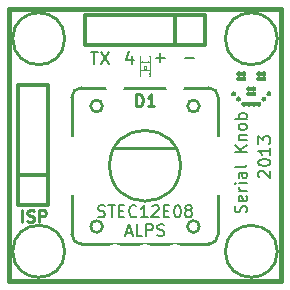
<source format=gto>
G04 (created by PCBNEW (2013-01-21 BZR 3918)-testing) date Tue 22 Jan 2013 11:51:19 AM CET*
%MOIN*%
G04 Gerber Fmt 3.4, Leading zero omitted, Abs format*
%FSLAX34Y34*%
G01*
G70*
G90*
G04 APERTURE LIST*
%ADD10C,3.14961e-06*%
%ADD11C,0.00787402*%
%ADD12C,0.008*%
%ADD13C,0.015*%
%ADD14C,0.012*%
%ADD15C,0.0001*%
%ADD16C,0.00984252*%
%ADD17C,0.0026*%
%ADD18C,0.004*%
%ADD19C,0.001*%
%ADD20C,0.002*%
%ADD21R,0.06X0.06*%
%ADD22C,0.06*%
%ADD23C,0.0688976*%
%ADD24R,0.137795X0.19685*%
%ADD25R,0.0314X0.0314*%
%ADD26C,0.0984252*%
G04 APERTURE END LIST*
G54D10*
G54D11*
X43850Y-41109D02*
X44038Y-41109D01*
X43813Y-41222D02*
X43944Y-40828D01*
X44075Y-41222D01*
X44394Y-41222D02*
X44206Y-41222D01*
X44206Y-40828D01*
X44525Y-41222D02*
X44525Y-40828D01*
X44675Y-40828D01*
X44713Y-40847D01*
X44731Y-40866D01*
X44750Y-40903D01*
X44750Y-40959D01*
X44731Y-40997D01*
X44713Y-41016D01*
X44675Y-41034D01*
X44525Y-41034D01*
X44900Y-41203D02*
X44956Y-41222D01*
X45050Y-41222D01*
X45088Y-41203D01*
X45106Y-41184D01*
X45125Y-41147D01*
X45125Y-41109D01*
X45106Y-41072D01*
X45088Y-41053D01*
X45050Y-41034D01*
X44975Y-41016D01*
X44938Y-40997D01*
X44919Y-40978D01*
X44900Y-40941D01*
X44900Y-40903D01*
X44919Y-40866D01*
X44938Y-40847D01*
X44975Y-40828D01*
X45069Y-40828D01*
X45125Y-40847D01*
X44051Y-35211D02*
X44051Y-35474D01*
X43957Y-35061D02*
X43863Y-35343D01*
X44107Y-35343D01*
X44850Y-35284D02*
X45149Y-35284D01*
X45000Y-35434D02*
X45000Y-35134D01*
X45834Y-35284D02*
X46134Y-35284D01*
X42692Y-35080D02*
X42917Y-35080D01*
X42804Y-35474D02*
X42804Y-35080D01*
X43010Y-35080D02*
X43273Y-35474D01*
X43273Y-35080D02*
X43010Y-35474D01*
G54D12*
X48303Y-39268D02*
X48284Y-39249D01*
X48265Y-39211D01*
X48265Y-39116D01*
X48284Y-39077D01*
X48303Y-39058D01*
X48342Y-39039D01*
X48380Y-39039D01*
X48437Y-39058D01*
X48665Y-39287D01*
X48665Y-39039D01*
X48265Y-38792D02*
X48265Y-38754D01*
X48284Y-38716D01*
X48303Y-38696D01*
X48342Y-38677D01*
X48418Y-38658D01*
X48513Y-38658D01*
X48589Y-38677D01*
X48627Y-38696D01*
X48646Y-38716D01*
X48665Y-38754D01*
X48665Y-38792D01*
X48646Y-38830D01*
X48627Y-38849D01*
X48589Y-38868D01*
X48513Y-38887D01*
X48418Y-38887D01*
X48342Y-38868D01*
X48303Y-38849D01*
X48284Y-38830D01*
X48265Y-38792D01*
X48665Y-38277D02*
X48665Y-38506D01*
X48665Y-38392D02*
X48265Y-38392D01*
X48322Y-38430D01*
X48361Y-38468D01*
X48380Y-38506D01*
X48265Y-38144D02*
X48265Y-37896D01*
X48418Y-38030D01*
X48418Y-37973D01*
X48437Y-37935D01*
X48456Y-37916D01*
X48494Y-37896D01*
X48589Y-37896D01*
X48627Y-37916D01*
X48646Y-37935D01*
X48665Y-37973D01*
X48665Y-38087D01*
X48646Y-38125D01*
X48627Y-38144D01*
G54D11*
X47857Y-40438D02*
X47875Y-40382D01*
X47875Y-40288D01*
X47857Y-40251D01*
X47838Y-40232D01*
X47800Y-40213D01*
X47763Y-40213D01*
X47725Y-40232D01*
X47707Y-40251D01*
X47688Y-40288D01*
X47669Y-40363D01*
X47650Y-40401D01*
X47632Y-40419D01*
X47594Y-40438D01*
X47557Y-40438D01*
X47519Y-40419D01*
X47500Y-40401D01*
X47482Y-40363D01*
X47482Y-40269D01*
X47500Y-40213D01*
X47857Y-39895D02*
X47875Y-39932D01*
X47875Y-40007D01*
X47857Y-40044D01*
X47819Y-40063D01*
X47669Y-40063D01*
X47632Y-40044D01*
X47613Y-40007D01*
X47613Y-39932D01*
X47632Y-39895D01*
X47669Y-39876D01*
X47707Y-39876D01*
X47744Y-40063D01*
X47875Y-39707D02*
X47613Y-39707D01*
X47688Y-39707D02*
X47650Y-39688D01*
X47632Y-39670D01*
X47613Y-39632D01*
X47613Y-39595D01*
X47875Y-39463D02*
X47613Y-39463D01*
X47482Y-39463D02*
X47500Y-39482D01*
X47519Y-39463D01*
X47500Y-39445D01*
X47482Y-39463D01*
X47519Y-39463D01*
X47875Y-39107D02*
X47669Y-39107D01*
X47632Y-39126D01*
X47613Y-39163D01*
X47613Y-39238D01*
X47632Y-39276D01*
X47857Y-39107D02*
X47875Y-39145D01*
X47875Y-39238D01*
X47857Y-39276D01*
X47819Y-39295D01*
X47782Y-39295D01*
X47744Y-39276D01*
X47725Y-39238D01*
X47725Y-39145D01*
X47707Y-39107D01*
X47875Y-38863D02*
X47857Y-38901D01*
X47819Y-38920D01*
X47482Y-38920D01*
X47875Y-38413D02*
X47482Y-38413D01*
X47875Y-38188D02*
X47650Y-38357D01*
X47482Y-38188D02*
X47707Y-38413D01*
X47613Y-38020D02*
X47875Y-38020D01*
X47650Y-38020D02*
X47632Y-38001D01*
X47613Y-37964D01*
X47613Y-37907D01*
X47632Y-37870D01*
X47669Y-37851D01*
X47875Y-37851D01*
X47875Y-37607D02*
X47857Y-37645D01*
X47838Y-37664D01*
X47800Y-37682D01*
X47688Y-37682D01*
X47650Y-37664D01*
X47632Y-37645D01*
X47613Y-37607D01*
X47613Y-37551D01*
X47632Y-37514D01*
X47650Y-37495D01*
X47688Y-37476D01*
X47800Y-37476D01*
X47838Y-37495D01*
X47857Y-37514D01*
X47875Y-37551D01*
X47875Y-37607D01*
X47875Y-37307D02*
X47482Y-37307D01*
X47632Y-37307D02*
X47613Y-37270D01*
X47613Y-37195D01*
X47632Y-37157D01*
X47650Y-37139D01*
X47688Y-37120D01*
X47800Y-37120D01*
X47838Y-37139D01*
X47857Y-37157D01*
X47875Y-37195D01*
X47875Y-37270D01*
X47857Y-37307D01*
X42922Y-40573D02*
X42979Y-40592D01*
X43072Y-40592D01*
X43110Y-40573D01*
X43128Y-40554D01*
X43147Y-40517D01*
X43147Y-40479D01*
X43128Y-40442D01*
X43110Y-40423D01*
X43072Y-40404D01*
X42997Y-40386D01*
X42960Y-40367D01*
X42941Y-40348D01*
X42922Y-40311D01*
X42922Y-40273D01*
X42941Y-40236D01*
X42960Y-40217D01*
X42997Y-40198D01*
X43091Y-40198D01*
X43147Y-40217D01*
X43260Y-40198D02*
X43485Y-40198D01*
X43372Y-40592D02*
X43372Y-40198D01*
X43616Y-40386D02*
X43747Y-40386D01*
X43803Y-40592D02*
X43616Y-40592D01*
X43616Y-40198D01*
X43803Y-40198D01*
X44197Y-40554D02*
X44178Y-40573D01*
X44122Y-40592D01*
X44085Y-40592D01*
X44028Y-40573D01*
X43991Y-40536D01*
X43972Y-40498D01*
X43953Y-40423D01*
X43953Y-40367D01*
X43972Y-40292D01*
X43991Y-40254D01*
X44028Y-40217D01*
X44085Y-40198D01*
X44122Y-40198D01*
X44178Y-40217D01*
X44197Y-40236D01*
X44572Y-40592D02*
X44347Y-40592D01*
X44460Y-40592D02*
X44460Y-40198D01*
X44422Y-40254D01*
X44385Y-40292D01*
X44347Y-40311D01*
X44722Y-40236D02*
X44741Y-40217D01*
X44778Y-40198D01*
X44872Y-40198D01*
X44910Y-40217D01*
X44928Y-40236D01*
X44947Y-40273D01*
X44947Y-40311D01*
X44928Y-40367D01*
X44703Y-40592D01*
X44947Y-40592D01*
X45116Y-40386D02*
X45247Y-40386D01*
X45303Y-40592D02*
X45116Y-40592D01*
X45116Y-40198D01*
X45303Y-40198D01*
X45547Y-40198D02*
X45584Y-40198D01*
X45622Y-40217D01*
X45641Y-40236D01*
X45659Y-40273D01*
X45678Y-40348D01*
X45678Y-40442D01*
X45659Y-40517D01*
X45641Y-40554D01*
X45622Y-40573D01*
X45584Y-40592D01*
X45547Y-40592D01*
X45509Y-40573D01*
X45491Y-40554D01*
X45472Y-40517D01*
X45453Y-40442D01*
X45453Y-40348D01*
X45472Y-40273D01*
X45491Y-40236D01*
X45509Y-40217D01*
X45547Y-40198D01*
X45903Y-40367D02*
X45866Y-40348D01*
X45847Y-40329D01*
X45828Y-40292D01*
X45828Y-40273D01*
X45847Y-40236D01*
X45866Y-40217D01*
X45903Y-40198D01*
X45978Y-40198D01*
X46016Y-40217D01*
X46034Y-40236D01*
X46053Y-40273D01*
X46053Y-40292D01*
X46034Y-40329D01*
X46016Y-40348D01*
X45978Y-40367D01*
X45903Y-40367D01*
X45866Y-40386D01*
X45847Y-40404D01*
X45828Y-40442D01*
X45828Y-40517D01*
X45847Y-40554D01*
X45866Y-40573D01*
X45903Y-40592D01*
X45978Y-40592D01*
X46016Y-40573D01*
X46034Y-40554D01*
X46053Y-40517D01*
X46053Y-40442D01*
X46034Y-40404D01*
X46016Y-40386D01*
X45978Y-40367D01*
G54D13*
X49015Y-42716D02*
X49015Y-33661D01*
X39960Y-42716D02*
X49015Y-42716D01*
X39960Y-33661D02*
X39960Y-42716D01*
X39960Y-33661D02*
X49015Y-33661D01*
G54D14*
X40248Y-40188D02*
X40248Y-40188D01*
X41248Y-40188D02*
X40248Y-40188D01*
X40248Y-40188D02*
X40248Y-40188D01*
X40248Y-40188D02*
X40248Y-36188D01*
X40248Y-36188D02*
X41248Y-36188D01*
X41248Y-36188D02*
X41248Y-40188D01*
X41248Y-39188D02*
X40248Y-39188D01*
X46488Y-34850D02*
X46488Y-34850D01*
X46488Y-33850D02*
X46488Y-34850D01*
X46488Y-34850D02*
X46488Y-34850D01*
X46488Y-34850D02*
X42488Y-34850D01*
X42488Y-34850D02*
X42488Y-33850D01*
X42488Y-33850D02*
X46488Y-33850D01*
X45488Y-33850D02*
X45488Y-34850D01*
G54D15*
G36*
X48285Y-36907D02*
X48302Y-36905D01*
X48318Y-36900D01*
X48325Y-36896D01*
X48339Y-36886D01*
X48350Y-36874D01*
X48359Y-36860D01*
X48365Y-36844D01*
X48367Y-36828D01*
X48367Y-36811D01*
X48363Y-36795D01*
X48355Y-36779D01*
X48350Y-36772D01*
X48343Y-36764D01*
X48336Y-36757D01*
X48328Y-36752D01*
X48326Y-36750D01*
X48312Y-36744D01*
X48297Y-36740D01*
X48280Y-36739D01*
X48274Y-36740D01*
X48265Y-36741D01*
X48257Y-36743D01*
X48248Y-36747D01*
X48238Y-36752D01*
X48224Y-36763D01*
X48213Y-36776D01*
X48205Y-36792D01*
X48202Y-36799D01*
X48200Y-36807D01*
X48199Y-36814D01*
X48199Y-36815D01*
X48199Y-36815D01*
X48198Y-36812D01*
X48198Y-36811D01*
X48196Y-36800D01*
X48192Y-36789D01*
X48187Y-36779D01*
X48177Y-36767D01*
X48164Y-36755D01*
X48150Y-36746D01*
X48133Y-36741D01*
X48115Y-36739D01*
X48111Y-36739D01*
X48097Y-36741D01*
X48085Y-36744D01*
X48082Y-36745D01*
X48068Y-36753D01*
X48055Y-36764D01*
X48045Y-36776D01*
X48037Y-36791D01*
X48032Y-36806D01*
X48032Y-36806D01*
X48031Y-36810D01*
X48031Y-36812D01*
X48031Y-36812D01*
X48031Y-36810D01*
X48030Y-36806D01*
X48029Y-36804D01*
X48024Y-36789D01*
X48016Y-36775D01*
X48005Y-36762D01*
X47995Y-36754D01*
X47981Y-36746D01*
X47965Y-36741D01*
X47947Y-36739D01*
X47934Y-36740D01*
X47917Y-36744D01*
X47902Y-36752D01*
X47889Y-36763D01*
X47877Y-36776D01*
X47876Y-36778D01*
X47872Y-36784D01*
X47870Y-36789D01*
X47868Y-36793D01*
X47866Y-36801D01*
X47864Y-36808D01*
X47863Y-36814D01*
X47863Y-36815D01*
X47863Y-36815D01*
X47862Y-36811D01*
X47860Y-36802D01*
X47856Y-36790D01*
X47851Y-36780D01*
X47841Y-36767D01*
X47828Y-36755D01*
X47813Y-36746D01*
X47797Y-36741D01*
X47779Y-36739D01*
X47763Y-36740D01*
X47747Y-36745D01*
X47732Y-36753D01*
X47718Y-36765D01*
X47712Y-36772D01*
X47705Y-36781D01*
X47700Y-36792D01*
X47697Y-36801D01*
X47695Y-36818D01*
X47695Y-36834D01*
X47699Y-36850D01*
X47705Y-36865D01*
X47715Y-36878D01*
X47726Y-36889D01*
X47740Y-36898D01*
X47755Y-36904D01*
X47772Y-36907D01*
X47774Y-36907D01*
X47791Y-36906D01*
X47807Y-36903D01*
X47823Y-36895D01*
X47828Y-36892D01*
X47839Y-36882D01*
X47849Y-36870D01*
X47856Y-36857D01*
X47858Y-36852D01*
X47860Y-36845D01*
X47862Y-36838D01*
X47863Y-36832D01*
X47863Y-36829D01*
X47863Y-36832D01*
X47864Y-36835D01*
X47865Y-36842D01*
X47868Y-36851D01*
X47870Y-36858D01*
X47874Y-36865D01*
X47885Y-36879D01*
X47897Y-36891D01*
X47912Y-36900D01*
X47929Y-36906D01*
X47932Y-36906D01*
X47944Y-36907D01*
X47956Y-36907D01*
X47967Y-36905D01*
X47978Y-36902D01*
X47994Y-36893D01*
X48008Y-36882D01*
X48009Y-36881D01*
X48018Y-36869D01*
X48025Y-36855D01*
X48030Y-36841D01*
X48030Y-36840D01*
X48031Y-36836D01*
X48031Y-36834D01*
X48031Y-36835D01*
X48032Y-36839D01*
X48032Y-36840D01*
X48034Y-36849D01*
X48038Y-36858D01*
X48043Y-36868D01*
X48051Y-36878D01*
X48063Y-36890D01*
X48078Y-36899D01*
X48095Y-36905D01*
X48098Y-36906D01*
X48109Y-36907D01*
X48121Y-36907D01*
X48132Y-36906D01*
X48142Y-36903D01*
X48157Y-36896D01*
X48171Y-36885D01*
X48183Y-36873D01*
X48192Y-36858D01*
X48194Y-36853D01*
X48196Y-36845D01*
X48198Y-36838D01*
X48199Y-36832D01*
X48199Y-36831D01*
X48199Y-36831D01*
X48200Y-36835D01*
X48200Y-36835D01*
X48202Y-36846D01*
X48206Y-36857D01*
X48211Y-36867D01*
X48214Y-36870D01*
X48224Y-36883D01*
X48238Y-36894D01*
X48252Y-36902D01*
X48268Y-36906D01*
X48285Y-36907D01*
X48285Y-36907D01*
G37*
G36*
X47605Y-36739D02*
X47615Y-36739D01*
X47625Y-36738D01*
X47636Y-36735D01*
X47652Y-36728D01*
X47666Y-36718D01*
X47678Y-36705D01*
X47686Y-36691D01*
X47692Y-36675D01*
X47694Y-36657D01*
X47693Y-36640D01*
X47689Y-36624D01*
X47681Y-36609D01*
X47671Y-36596D01*
X47657Y-36585D01*
X47653Y-36582D01*
X47637Y-36574D01*
X47620Y-36571D01*
X47602Y-36571D01*
X47585Y-36574D01*
X47571Y-36580D01*
X47556Y-36590D01*
X47544Y-36602D01*
X47535Y-36617D01*
X47528Y-36634D01*
X47527Y-36642D01*
X47526Y-36653D01*
X47526Y-36664D01*
X47528Y-36673D01*
X47529Y-36676D01*
X47535Y-36693D01*
X47545Y-36708D01*
X47558Y-36721D01*
X47573Y-36730D01*
X47580Y-36733D01*
X47590Y-36737D01*
X47599Y-36738D01*
X47605Y-36739D01*
X47605Y-36739D01*
G37*
G36*
X48454Y-36739D02*
X48471Y-36737D01*
X48488Y-36731D01*
X48503Y-36721D01*
X48507Y-36719D01*
X48518Y-36706D01*
X48528Y-36692D01*
X48534Y-36675D01*
X48535Y-36667D01*
X48536Y-36656D01*
X48536Y-36645D01*
X48534Y-36636D01*
X48533Y-36632D01*
X48526Y-36615D01*
X48517Y-36601D01*
X48505Y-36589D01*
X48490Y-36580D01*
X48474Y-36573D01*
X48456Y-36570D01*
X48450Y-36570D01*
X48433Y-36572D01*
X48417Y-36578D01*
X48403Y-36586D01*
X48391Y-36597D01*
X48381Y-36610D01*
X48373Y-36625D01*
X48369Y-36641D01*
X48368Y-36658D01*
X48369Y-36669D01*
X48371Y-36678D01*
X48374Y-36688D01*
X48381Y-36701D01*
X48392Y-36714D01*
X48405Y-36725D01*
X48420Y-36733D01*
X48436Y-36738D01*
X48454Y-36739D01*
X48454Y-36739D01*
G37*
G36*
X47437Y-36570D02*
X47449Y-36570D01*
X47459Y-36569D01*
X47471Y-36565D01*
X47487Y-36557D01*
X47501Y-36546D01*
X47510Y-36535D01*
X47519Y-36521D01*
X47524Y-36504D01*
X47525Y-36497D01*
X47526Y-36487D01*
X47525Y-36477D01*
X47524Y-36469D01*
X47523Y-36463D01*
X47516Y-36447D01*
X47507Y-36432D01*
X47494Y-36420D01*
X47479Y-36411D01*
X47473Y-36408D01*
X47462Y-36404D01*
X47451Y-36402D01*
X47439Y-36402D01*
X47431Y-36403D01*
X47422Y-36404D01*
X47413Y-36406D01*
X47404Y-36411D01*
X47399Y-36413D01*
X47385Y-36424D01*
X47373Y-36437D01*
X47364Y-36452D01*
X47359Y-36469D01*
X47358Y-36473D01*
X47357Y-36483D01*
X47358Y-36494D01*
X47359Y-36503D01*
X47360Y-36509D01*
X47367Y-36525D01*
X47376Y-36540D01*
X47389Y-36552D01*
X47404Y-36561D01*
X47421Y-36568D01*
X47426Y-36569D01*
X47437Y-36570D01*
X47437Y-36570D01*
G37*
G36*
X48113Y-36570D02*
X48130Y-36569D01*
X48146Y-36565D01*
X48155Y-36560D01*
X48169Y-36550D01*
X48181Y-36538D01*
X48191Y-36523D01*
X48196Y-36506D01*
X48197Y-36503D01*
X48199Y-36489D01*
X48199Y-36476D01*
X48195Y-36462D01*
X48189Y-36445D01*
X48179Y-36431D01*
X48166Y-36419D01*
X48151Y-36410D01*
X48134Y-36404D01*
X48123Y-36401D01*
X48129Y-36401D01*
X48130Y-36400D01*
X48142Y-36397D01*
X48155Y-36392D01*
X48166Y-36384D01*
X48168Y-36382D01*
X48181Y-36370D01*
X48190Y-36356D01*
X48196Y-36340D01*
X48199Y-36324D01*
X48198Y-36308D01*
X48195Y-36291D01*
X48187Y-36276D01*
X48187Y-36275D01*
X48177Y-36261D01*
X48164Y-36250D01*
X48150Y-36242D01*
X48134Y-36237D01*
X48118Y-36234D01*
X48102Y-36235D01*
X48086Y-36239D01*
X48071Y-36247D01*
X48057Y-36257D01*
X48049Y-36265D01*
X48041Y-36278D01*
X48035Y-36291D01*
X48032Y-36303D01*
X48031Y-36306D01*
X48031Y-36308D01*
X48031Y-36307D01*
X48030Y-36303D01*
X48027Y-36292D01*
X48022Y-36280D01*
X48015Y-36269D01*
X48011Y-36263D01*
X47998Y-36251D01*
X47984Y-36242D01*
X47967Y-36237D01*
X47950Y-36234D01*
X47933Y-36235D01*
X47923Y-36238D01*
X47906Y-36245D01*
X47892Y-36255D01*
X47880Y-36267D01*
X47871Y-36282D01*
X47865Y-36298D01*
X47864Y-36307D01*
X47863Y-36323D01*
X47866Y-36340D01*
X47872Y-36356D01*
X47882Y-36370D01*
X47894Y-36382D01*
X47909Y-36392D01*
X47915Y-36395D01*
X47923Y-36398D01*
X47930Y-36400D01*
X47936Y-36401D01*
X47937Y-36401D01*
X47936Y-36402D01*
X47933Y-36403D01*
X47924Y-36405D01*
X47913Y-36409D01*
X47903Y-36414D01*
X47898Y-36417D01*
X47887Y-36427D01*
X47877Y-36439D01*
X47870Y-36452D01*
X47865Y-36466D01*
X47863Y-36481D01*
X47863Y-36496D01*
X47864Y-36499D01*
X47869Y-36516D01*
X47876Y-36532D01*
X47888Y-36546D01*
X47897Y-36554D01*
X47912Y-36563D01*
X47929Y-36569D01*
X47936Y-36569D01*
X47945Y-36570D01*
X47954Y-36569D01*
X47963Y-36569D01*
X47970Y-36567D01*
X47976Y-36566D01*
X47992Y-36557D01*
X48006Y-36546D01*
X48017Y-36533D01*
X48021Y-36526D01*
X48027Y-36515D01*
X48030Y-36504D01*
X48030Y-36503D01*
X48031Y-36499D01*
X48031Y-36497D01*
X48031Y-36497D01*
X48031Y-36475D01*
X48031Y-36475D01*
X48031Y-36473D01*
X48030Y-36469D01*
X48030Y-36467D01*
X48025Y-36452D01*
X48016Y-36438D01*
X48006Y-36426D01*
X47993Y-36415D01*
X47979Y-36408D01*
X47978Y-36407D01*
X47970Y-36405D01*
X47963Y-36403D01*
X47956Y-36402D01*
X47963Y-36400D01*
X47973Y-36398D01*
X47988Y-36391D01*
X48002Y-36382D01*
X48013Y-36370D01*
X48022Y-36356D01*
X48026Y-36349D01*
X48029Y-36340D01*
X48030Y-36333D01*
X48031Y-36330D01*
X48031Y-36328D01*
X48031Y-36329D01*
X48032Y-36333D01*
X48033Y-36339D01*
X48036Y-36348D01*
X48040Y-36356D01*
X48045Y-36365D01*
X48056Y-36377D01*
X48069Y-36388D01*
X48084Y-36396D01*
X48099Y-36400D01*
X48107Y-36402D01*
X48099Y-36403D01*
X48098Y-36403D01*
X48091Y-36405D01*
X48083Y-36408D01*
X48082Y-36408D01*
X48068Y-36416D01*
X48055Y-36427D01*
X48045Y-36439D01*
X48037Y-36454D01*
X48032Y-36468D01*
X48032Y-36469D01*
X48031Y-36473D01*
X48031Y-36475D01*
X48031Y-36497D01*
X48031Y-36497D01*
X48031Y-36499D01*
X48032Y-36504D01*
X48035Y-36514D01*
X48042Y-36529D01*
X48053Y-36543D01*
X48065Y-36554D01*
X48080Y-36563D01*
X48080Y-36563D01*
X48096Y-36568D01*
X48113Y-36570D01*
X48113Y-36570D01*
G37*
G36*
X48614Y-36570D02*
X48628Y-36570D01*
X48640Y-36568D01*
X48648Y-36566D01*
X48664Y-36558D01*
X48678Y-36548D01*
X48689Y-36535D01*
X48698Y-36520D01*
X48703Y-36504D01*
X48705Y-36486D01*
X48704Y-36479D01*
X48701Y-36462D01*
X48694Y-36445D01*
X48684Y-36430D01*
X48681Y-36427D01*
X48669Y-36417D01*
X48655Y-36409D01*
X48640Y-36404D01*
X48640Y-36404D01*
X48627Y-36402D01*
X48613Y-36402D01*
X48601Y-36404D01*
X48596Y-36405D01*
X48580Y-36412D01*
X48566Y-36421D01*
X48555Y-36433D01*
X48546Y-36447D01*
X48539Y-36462D01*
X48536Y-36479D01*
X48537Y-36496D01*
X48540Y-36513D01*
X48546Y-36526D01*
X48556Y-36540D01*
X48568Y-36552D01*
X48583Y-36561D01*
X48599Y-36568D01*
X48601Y-36568D01*
X48614Y-36570D01*
X48614Y-36570D01*
G37*
G36*
X47781Y-36066D02*
X47798Y-36064D01*
X47814Y-36058D01*
X47822Y-36054D01*
X47829Y-36049D01*
X47837Y-36042D01*
X47846Y-36032D01*
X47855Y-36018D01*
X47861Y-36002D01*
X47862Y-35997D01*
X47863Y-35986D01*
X47863Y-35974D01*
X47861Y-35964D01*
X47857Y-35950D01*
X47849Y-35935D01*
X47839Y-35922D01*
X47837Y-35920D01*
X47829Y-35914D01*
X47820Y-35908D01*
X47812Y-35904D01*
X47809Y-35903D01*
X47802Y-35900D01*
X47795Y-35899D01*
X47790Y-35898D01*
X47787Y-35898D01*
X47790Y-35897D01*
X47794Y-35896D01*
X47800Y-35895D01*
X47806Y-35893D01*
X47818Y-35887D01*
X47831Y-35879D01*
X47841Y-35870D01*
X47842Y-35868D01*
X47853Y-35854D01*
X47859Y-35838D01*
X47863Y-35821D01*
X47863Y-35804D01*
X47862Y-35800D01*
X47857Y-35783D01*
X47849Y-35767D01*
X47838Y-35753D01*
X47828Y-35744D01*
X47813Y-35736D01*
X47797Y-35730D01*
X47793Y-35730D01*
X47782Y-35729D01*
X47770Y-35729D01*
X47759Y-35731D01*
X47750Y-35734D01*
X47734Y-35741D01*
X47721Y-35752D01*
X47710Y-35764D01*
X47701Y-35779D01*
X47696Y-35795D01*
X47696Y-35797D01*
X47695Y-35801D01*
X47694Y-35803D01*
X47694Y-35801D01*
X47693Y-35797D01*
X47691Y-35790D01*
X47689Y-35783D01*
X47686Y-35776D01*
X47683Y-35771D01*
X47673Y-35757D01*
X47660Y-35745D01*
X47645Y-35736D01*
X47629Y-35731D01*
X47611Y-35729D01*
X47597Y-35730D01*
X47581Y-35734D01*
X47566Y-35741D01*
X47557Y-35747D01*
X47545Y-35759D01*
X47536Y-35774D01*
X47529Y-35789D01*
X47526Y-35806D01*
X47526Y-35823D01*
X47530Y-35838D01*
X47537Y-35855D01*
X47547Y-35869D01*
X47560Y-35880D01*
X47575Y-35889D01*
X47592Y-35895D01*
X47602Y-35898D01*
X47596Y-35898D01*
X47593Y-35899D01*
X47579Y-35903D01*
X47566Y-35910D01*
X47554Y-35919D01*
X47544Y-35929D01*
X47538Y-35938D01*
X47532Y-35950D01*
X47528Y-35961D01*
X47527Y-35970D01*
X47526Y-35980D01*
X47526Y-35991D01*
X47528Y-36000D01*
X47531Y-36010D01*
X47539Y-36026D01*
X47549Y-36040D01*
X47563Y-36051D01*
X47578Y-36059D01*
X47596Y-36065D01*
X47600Y-36065D01*
X47611Y-36066D01*
X47622Y-36065D01*
X47631Y-36063D01*
X47638Y-36061D01*
X47654Y-36053D01*
X47668Y-36043D01*
X47679Y-36030D01*
X47688Y-36015D01*
X47693Y-35998D01*
X47693Y-35997D01*
X47694Y-35993D01*
X47695Y-35993D01*
X47695Y-35970D01*
X47694Y-35969D01*
X47693Y-35966D01*
X47693Y-35965D01*
X47690Y-35954D01*
X47685Y-35942D01*
X47678Y-35931D01*
X47673Y-35925D01*
X47660Y-35913D01*
X47644Y-35904D01*
X47627Y-35899D01*
X47619Y-35897D01*
X47625Y-35896D01*
X47630Y-35895D01*
X47635Y-35893D01*
X47639Y-35892D01*
X47654Y-35885D01*
X47668Y-35874D01*
X47679Y-35862D01*
X47687Y-35847D01*
X47693Y-35831D01*
X47693Y-35827D01*
X47694Y-35824D01*
X47695Y-35826D01*
X47696Y-35831D01*
X47696Y-35831D01*
X47699Y-35840D01*
X47703Y-35850D01*
X47708Y-35859D01*
X47713Y-35865D01*
X47720Y-35873D01*
X47729Y-35881D01*
X47737Y-35886D01*
X47737Y-35886D01*
X47750Y-35892D01*
X47764Y-35896D01*
X47770Y-35897D01*
X47763Y-35898D01*
X47748Y-35903D01*
X47733Y-35911D01*
X47720Y-35921D01*
X47709Y-35934D01*
X47706Y-35938D01*
X47702Y-35946D01*
X47699Y-35955D01*
X47696Y-35963D01*
X47695Y-35968D01*
X47695Y-35968D01*
X47695Y-35970D01*
X47695Y-35993D01*
X47695Y-35993D01*
X47696Y-35997D01*
X47697Y-36002D01*
X47698Y-36007D01*
X47702Y-36016D01*
X47710Y-36031D01*
X47721Y-36043D01*
X47734Y-36053D01*
X47749Y-36060D01*
X47765Y-36065D01*
X47781Y-36066D01*
X47781Y-36066D01*
G37*
G36*
X48288Y-36066D02*
X48304Y-36063D01*
X48320Y-36057D01*
X48334Y-36048D01*
X48347Y-36037D01*
X48356Y-36023D01*
X48364Y-36007D01*
X48365Y-36002D01*
X48366Y-35997D01*
X48366Y-35996D01*
X48367Y-35993D01*
X48367Y-35993D01*
X48367Y-35970D01*
X48367Y-35967D01*
X48365Y-35961D01*
X48362Y-35952D01*
X48355Y-35937D01*
X48344Y-35923D01*
X48332Y-35912D01*
X48317Y-35904D01*
X48300Y-35899D01*
X48292Y-35897D01*
X48298Y-35896D01*
X48299Y-35896D01*
X48312Y-35892D01*
X48325Y-35886D01*
X48331Y-35883D01*
X48339Y-35876D01*
X48347Y-35867D01*
X48354Y-35859D01*
X48358Y-35852D01*
X48363Y-35841D01*
X48366Y-35831D01*
X48367Y-35827D01*
X48367Y-35824D01*
X48368Y-35826D01*
X48369Y-35831D01*
X48373Y-35842D01*
X48380Y-35857D01*
X48391Y-35871D01*
X48404Y-35882D01*
X48420Y-35891D01*
X48437Y-35896D01*
X48443Y-35897D01*
X48435Y-35899D01*
X48427Y-35901D01*
X48411Y-35908D01*
X48396Y-35918D01*
X48384Y-35931D01*
X48381Y-35936D01*
X48376Y-35944D01*
X48373Y-35953D01*
X48371Y-35959D01*
X48369Y-35965D01*
X48369Y-35965D01*
X48368Y-35969D01*
X48367Y-35970D01*
X48367Y-35993D01*
X48368Y-35994D01*
X48369Y-35998D01*
X48370Y-36004D01*
X48375Y-36016D01*
X48382Y-36028D01*
X48387Y-36035D01*
X48399Y-36047D01*
X48414Y-36057D01*
X48431Y-36063D01*
X48439Y-36065D01*
X48450Y-36065D01*
X48462Y-36065D01*
X48473Y-36063D01*
X48474Y-36063D01*
X48491Y-36056D01*
X48505Y-36046D01*
X48518Y-36034D01*
X48527Y-36019D01*
X48534Y-36002D01*
X48535Y-35995D01*
X48536Y-35983D01*
X48535Y-35971D01*
X48534Y-35961D01*
X48531Y-35952D01*
X48525Y-35940D01*
X48518Y-35929D01*
X48510Y-35921D01*
X48500Y-35912D01*
X48489Y-35906D01*
X48485Y-35904D01*
X48477Y-35901D01*
X48469Y-35899D01*
X48463Y-35898D01*
X48463Y-35898D01*
X48465Y-35897D01*
X48470Y-35895D01*
X48479Y-35892D01*
X48490Y-35888D01*
X48500Y-35883D01*
X48501Y-35881D01*
X48512Y-35871D01*
X48522Y-35859D01*
X48529Y-35847D01*
X48532Y-35841D01*
X48535Y-35824D01*
X48536Y-35806D01*
X48533Y-35789D01*
X48532Y-35786D01*
X48525Y-35770D01*
X48514Y-35756D01*
X48501Y-35745D01*
X48486Y-35736D01*
X48470Y-35730D01*
X48467Y-35730D01*
X48456Y-35729D01*
X48443Y-35729D01*
X48432Y-35731D01*
X48430Y-35731D01*
X48413Y-35738D01*
X48398Y-35748D01*
X48386Y-35760D01*
X48376Y-35776D01*
X48374Y-35781D01*
X48371Y-35788D01*
X48369Y-35795D01*
X48368Y-35801D01*
X48368Y-35802D01*
X48368Y-35803D01*
X48367Y-35800D01*
X48366Y-35796D01*
X48363Y-35784D01*
X48356Y-35769D01*
X48345Y-35756D01*
X48333Y-35745D01*
X48318Y-35736D01*
X48318Y-35736D01*
X48302Y-35731D01*
X48285Y-35729D01*
X48268Y-35730D01*
X48252Y-35734D01*
X48243Y-35739D01*
X48229Y-35749D01*
X48217Y-35761D01*
X48207Y-35776D01*
X48202Y-35792D01*
X48201Y-35796D01*
X48199Y-35810D01*
X48199Y-35823D01*
X48203Y-35838D01*
X48210Y-35854D01*
X48220Y-35869D01*
X48233Y-35880D01*
X48248Y-35889D01*
X48265Y-35895D01*
X48269Y-35896D01*
X48272Y-35897D01*
X48272Y-35898D01*
X48267Y-35898D01*
X48257Y-35901D01*
X48247Y-35906D01*
X48237Y-35911D01*
X48227Y-35918D01*
X48216Y-35931D01*
X48207Y-35947D01*
X48205Y-35949D01*
X48200Y-35966D01*
X48199Y-35983D01*
X48201Y-36000D01*
X48207Y-36016D01*
X48210Y-36024D01*
X48216Y-36032D01*
X48223Y-36040D01*
X48223Y-36040D01*
X48237Y-36052D01*
X48252Y-36060D01*
X48269Y-36065D01*
X48271Y-36065D01*
X48288Y-36066D01*
X48288Y-36066D01*
G37*
G54D16*
X43070Y-40905D02*
G75*
G03X43070Y-40905I-196J0D01*
G74*
G01*
X46299Y-40905D02*
G75*
G03X46299Y-40905I-196J0D01*
G74*
G01*
X46299Y-36889D02*
G75*
G03X46299Y-36889I-196J0D01*
G74*
G01*
X43070Y-36889D02*
G75*
G03X43070Y-36889I-196J0D01*
G74*
G01*
X42047Y-41161D02*
X42047Y-36594D01*
X46929Y-36594D02*
X46929Y-41161D01*
X42362Y-36279D02*
X46614Y-36279D01*
X42362Y-41476D02*
X46614Y-41476D01*
X42362Y-36279D02*
G75*
G03X42047Y-36594I0J-314D01*
G74*
G01*
X42047Y-41161D02*
G75*
G03X42362Y-41476I314J0D01*
G74*
G01*
X46614Y-41476D02*
G75*
G03X46929Y-41161I0J314D01*
G74*
G01*
X46929Y-36594D02*
G75*
G03X46614Y-36279I-314J0D01*
G74*
G01*
X43464Y-38287D02*
X45511Y-38287D01*
X45669Y-38877D02*
G75*
G03X45669Y-38877I-1181J0D01*
G74*
G01*
G54D17*
X44665Y-35826D02*
X44586Y-35826D01*
X44586Y-35826D02*
X44586Y-35885D01*
X44665Y-35885D02*
X44586Y-35885D01*
X44665Y-35826D02*
X44665Y-35885D01*
X44596Y-35767D02*
X44576Y-35767D01*
X44576Y-35767D02*
X44576Y-35787D01*
X44596Y-35787D02*
X44576Y-35787D01*
X44596Y-35767D02*
X44596Y-35787D01*
X44665Y-35688D02*
X44645Y-35688D01*
X44645Y-35688D02*
X44645Y-35836D01*
X44665Y-35836D02*
X44645Y-35836D01*
X44665Y-35688D02*
X44665Y-35836D01*
X44390Y-35767D02*
X44311Y-35767D01*
X44311Y-35767D02*
X44311Y-35885D01*
X44390Y-35885D02*
X44311Y-35885D01*
X44390Y-35767D02*
X44390Y-35885D01*
X44665Y-35688D02*
X44311Y-35688D01*
X44311Y-35688D02*
X44311Y-35777D01*
X44665Y-35777D02*
X44311Y-35777D01*
X44665Y-35688D02*
X44665Y-35777D01*
X44665Y-35217D02*
X44586Y-35217D01*
X44586Y-35217D02*
X44586Y-35414D01*
X44665Y-35414D02*
X44586Y-35414D01*
X44665Y-35217D02*
X44665Y-35414D01*
X44390Y-35217D02*
X44311Y-35217D01*
X44311Y-35217D02*
X44311Y-35414D01*
X44390Y-35414D02*
X44311Y-35414D01*
X44390Y-35217D02*
X44390Y-35414D01*
X44596Y-35325D02*
X44380Y-35325D01*
X44380Y-35325D02*
X44380Y-35414D01*
X44596Y-35414D02*
X44380Y-35414D01*
X44596Y-35325D02*
X44596Y-35414D01*
X44596Y-35296D02*
X44556Y-35296D01*
X44556Y-35296D02*
X44556Y-35335D01*
X44596Y-35335D02*
X44556Y-35335D01*
X44596Y-35296D02*
X44596Y-35335D01*
X44420Y-35296D02*
X44380Y-35296D01*
X44380Y-35296D02*
X44380Y-35335D01*
X44420Y-35335D02*
X44380Y-35335D01*
X44420Y-35296D02*
X44420Y-35335D01*
X44537Y-35551D02*
X44439Y-35551D01*
X44439Y-35551D02*
X44439Y-35649D01*
X44537Y-35649D02*
X44439Y-35649D01*
X44537Y-35551D02*
X44537Y-35649D01*
G54D18*
X44645Y-35698D02*
X44645Y-35414D01*
X44331Y-35688D02*
X44331Y-35414D01*
G54D19*
X44644Y-35797D02*
G75*
G03X44644Y-35797I-19J0D01*
G74*
G01*
G54D18*
X44606Y-35875D02*
G75*
G03X44370Y-35875I-118J0D01*
G74*
G01*
G54D20*
X44380Y-35227D02*
G75*
G03X44596Y-35227I108J0D01*
G74*
G01*
G54D16*
X48897Y-41732D02*
G75*
G03X48897Y-41732I-866J0D01*
G74*
G01*
X41811Y-34645D02*
G75*
G03X41811Y-34645I-866J0D01*
G74*
G01*
X41811Y-41732D02*
G75*
G03X41811Y-41732I-866J0D01*
G74*
G01*
X48897Y-34645D02*
G75*
G03X48897Y-34645I-866J0D01*
G74*
G01*
X40403Y-40749D02*
X40403Y-40356D01*
X40571Y-40731D02*
X40628Y-40749D01*
X40721Y-40749D01*
X40759Y-40731D01*
X40778Y-40712D01*
X40796Y-40674D01*
X40796Y-40637D01*
X40778Y-40599D01*
X40759Y-40581D01*
X40721Y-40562D01*
X40646Y-40543D01*
X40609Y-40524D01*
X40590Y-40506D01*
X40571Y-40468D01*
X40571Y-40431D01*
X40590Y-40393D01*
X40609Y-40374D01*
X40646Y-40356D01*
X40740Y-40356D01*
X40796Y-40374D01*
X40965Y-40749D02*
X40965Y-40356D01*
X41115Y-40356D01*
X41152Y-40374D01*
X41171Y-40393D01*
X41190Y-40431D01*
X41190Y-40487D01*
X41171Y-40524D01*
X41152Y-40543D01*
X41115Y-40562D01*
X40965Y-40562D01*
X44197Y-36891D02*
X44197Y-36497D01*
X44291Y-36497D01*
X44347Y-36516D01*
X44385Y-36554D01*
X44403Y-36591D01*
X44422Y-36666D01*
X44422Y-36722D01*
X44403Y-36797D01*
X44385Y-36835D01*
X44347Y-36872D01*
X44291Y-36891D01*
X44197Y-36891D01*
X44797Y-36891D02*
X44572Y-36891D01*
X44685Y-36891D02*
X44685Y-36497D01*
X44647Y-36554D01*
X44610Y-36591D01*
X44572Y-36610D01*
%LPC*%
G54D21*
X40748Y-39688D03*
G54D22*
X40748Y-38688D03*
X40748Y-37688D03*
X40748Y-36688D03*
G54D21*
X45988Y-34350D03*
G54D22*
X44988Y-34350D03*
X43988Y-34350D03*
X42988Y-34350D03*
G54D23*
X43503Y-41830D03*
X45472Y-41830D03*
X44488Y-41830D03*
X45472Y-36122D03*
X43503Y-36122D03*
G54D24*
X46692Y-38877D03*
X42283Y-38877D03*
G54D25*
X44488Y-35256D03*
X44488Y-35846D03*
G54D26*
X48031Y-41732D03*
X40944Y-34645D03*
X40944Y-41732D03*
X48031Y-34645D03*
M02*

</source>
